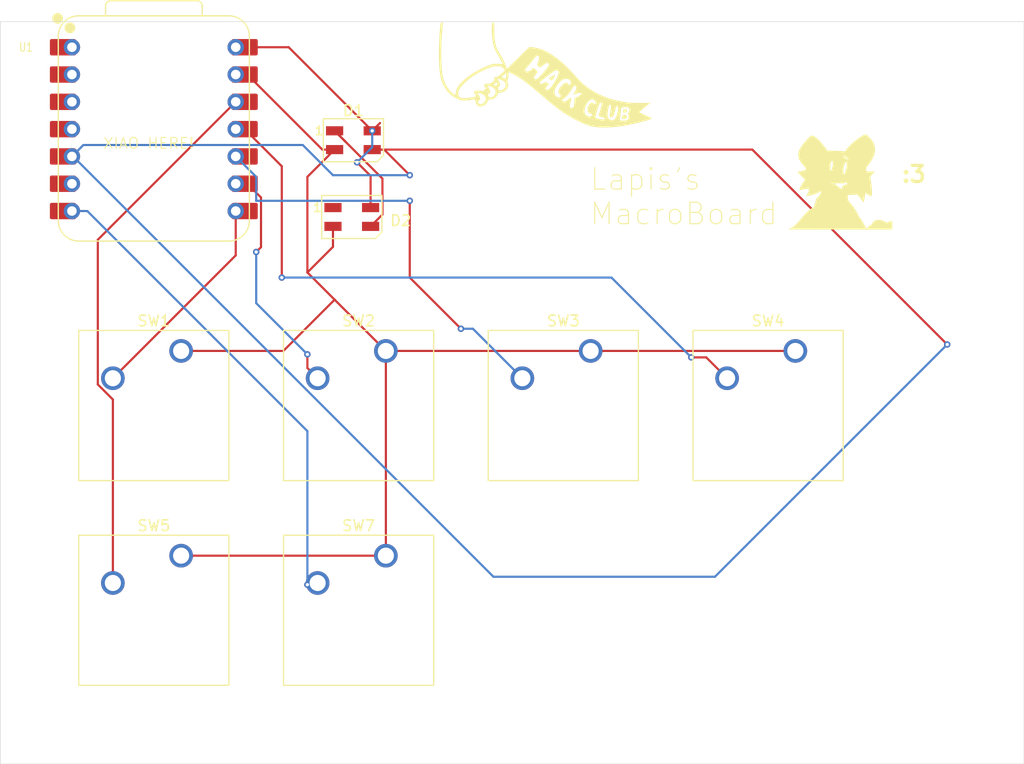
<source format=kicad_pcb>
(kicad_pcb (version 20241229) (generator "pcbnew") (generator_version "9.0")
  (layers (0 "F.Cu" signal) (2 "B.Cu" signal) (13 "F.Paste" user) (15 "B.Paste" user) (5 "F.SilkS" user "F.Silkscreen") (7 "B.SilkS" user "B.Silkscreen") (1 "F.Mask" user) (3 "B.Mask" user) (25 "Edge.Cuts" user))
  (net 0 "")
  (net 1 "GND")
  (net 2 "Net-(D1-DOUT)")
  (net 3 "+5V")
  (net 4 "Net-(D1-DIN)")
  (net 6 "Net-(U1-GPIO1{slash}RX)")
  (net 7 "Net-(U1-GPIO2{slash}SCK)")
  (net 8 "Net-(U1-GPIO4{slash}MISO)")
  (net 9 "Net-(U1-GPIO3{slash}MOSI)")
  (net 10 "Net-(U1-3V3)")
  (net 14 "Net-(U1-GPIO0{slash}TX)")
  (footprint "LOGO" (layer "F.Cu") (at 169.754101 70.000013)
    (property "Reference" "_" (at -2.400278 -2.438086 0) (layer "F.SilkS") (effects (font (size 1.5 1.5) (thickness 0.3))))
    (property "Value" "LOGO" (hide yes))
  )
  (footprint "LED_SMD:LED_SK6812MINI_PLCC4_3.5x3.5mm_P1.75mm" (layer "F.Cu") (at 151.76875 82.46875)
    (property "Reference" "D2" (at 4.553099 0.336787 0) (layer "F.SilkS"))
    (property "Value" "SK6812MINI")
    (fp_text user "1" (at -3.2 -0.875 0) (layer "F.SilkS") (effects (font (size 0.8 0.8))))
    (pad "1" smd rect (at -1.75 -0.875) (size 1.6 0.85) (layers "F.Cu" "F.Mask" "F.Paste"))
    (pad "2" smd rect (at -1.75 0.875) (size 1.6 0.85) (layers "F.Cu" "F.Mask" "F.Paste") (net 1 "GND"))
    (pad "3" smd rect (at 1.75 0.875) (size 1.6 0.85) (layers "F.Cu" "F.Mask" "F.Paste") (net 2 "Net-(D1-DOUT)"))
    (pad "4" smd rect (at 1.75 -0.875) (size 1.6 0.85) (layers "F.Cu" "F.Mask" "F.Paste") (net 3 "+5V"))
  )
  (footprint "Button_Switch_Keyboard:SW_Cherry_MX_1.00u_PCB" (layer "F.Cu") (at 193.04 94.9325)
    (property "Reference" "SW4" (at -2.54 -2.794 0) (layer "F.SilkS"))
    (property "Value" "SW_Push")
    (pad "" np_thru_hole circle (at -7.62 5.08) (size 1.7 1.7) (drill 1.7) (layers "*.Cu" "*.Mask"))
    (pad "" np_thru_hole circle (at -2.54 5.08) (size 4 4) (drill 4) (layers "*.Cu" "*.Mask"))
    (pad "" np_thru_hole circle (at 2.54 5.08) (size 1.7 1.7) (drill 1.7) (layers "*.Cu" "*.Mask"))
    (pad "1" thru_hole circle (at 0 0) (size 2.2 2.2) (drill 1.5) (layers "*.Cu" "*.Mask") (net 1 "GND"))
    (pad "2" thru_hole circle (at -6.35 2.54) (size 2.2 2.2) (drill 1.5) (layers "*.Cu" "*.Mask") (net 9 "Net-(U1-GPIO3{slash}MOSI)"))
  )
  (footprint "Button_Switch_Keyboard:SW_Cherry_MX_1.00u_PCB" (layer "F.Cu") (at 173.99 94.9325)
    (property "Reference" "SW3" (at -2.54 -2.794 0) (layer "F.SilkS"))
    (property "Value" "SW_Push")
    (pad "" np_thru_hole circle (at -7.62 5.08) (size 1.7 1.7) (drill 1.7) (layers "*.Cu" "*.Mask"))
    (pad "" np_thru_hole circle (at -2.54 5.08) (size 4 4) (drill 4) (layers "*.Cu" "*.Mask"))
    (pad "" np_thru_hole circle (at 2.54 5.08) (size 1.7 1.7) (drill 1.7) (layers "*.Cu" "*.Mask"))
    (pad "1" thru_hole circle (at 0 0) (size 2.2 2.2) (drill 1.5) (layers "*.Cu" "*.Mask") (net 1 "GND"))
    (pad "2" thru_hole circle (at -6.35 2.54) (size 2.2 2.2) (drill 1.5) (layers "*.Cu" "*.Mask") (net 8 "Net-(U1-GPIO4{slash}MISO)"))
  )
  (footprint "Button_Switch_Keyboard:SW_Cherry_MX_1.00u_PCB" (layer "F.Cu") (at 135.89 94.9325)
    (property "Reference" "SW1" (at -2.54 -2.794 0) (layer "F.SilkS"))
    (property "Value" "SW_Push")
    (pad "" np_thru_hole circle (at -7.62 5.08) (size 1.7 1.7) (drill 1.7) (layers "*.Cu" "*.Mask"))
    (pad "" np_thru_hole circle (at -2.54 5.08) (size 4 4) (drill 4) (layers "*.Cu" "*.Mask"))
    (pad "" np_thru_hole circle (at 2.54 5.08) (size 1.7 1.7) (drill 1.7) (layers "*.Cu" "*.Mask"))
    (pad "1" thru_hole circle (at 0 0) (size 2.2 2.2) (drill 1.5) (layers "*.Cu" "*.Mask") (net 1 "GND"))
    (pad "2" thru_hole circle (at -6.35 2.54) (size 2.2 2.2) (drill 1.5) (layers "*.Cu" "*.Mask") (net 6 "Net-(U1-GPIO1{slash}RX)"))
  )
  (footprint "Button_Switch_Keyboard:SW_Cherry_MX_1.00u_PCB" (layer "F.Cu") (at 154.94 113.9825)
    (property "Reference" "SW7" (at -2.54 -2.794 0) (layer "F.SilkS"))
    (property "Value" "SW_Push")
    (pad "" np_thru_hole circle (at -7.62 5.08) (size 1.7 1.7) (drill 1.7) (layers "*.Cu" "*.Mask"))
    (pad "" np_thru_hole circle (at -2.54 5.08) (size 4 4) (drill 4) (layers "*.Cu" "*.Mask"))
    (pad "" np_thru_hole circle (at 2.54 5.08) (size 1.7 1.7) (drill 1.7) (layers "*.Cu" "*.Mask"))
    (pad "1" thru_hole circle (at 0 0) (size 2.2 2.2) (drill 1.5) (layers "*.Cu" "*.Mask") (net 1 "GND"))
    (pad "2" thru_hole circle (at -6.35 2.54) (size 2.2 2.2) (drill 1.5) (layers "*.Cu" "*.Mask") (net 14 "Net-(U1-GPIO0{slash}TX)"))
  )
  (footprint "Button_Switch_Keyboard:SW_Cherry_MX_1.00u_PCB" (layer "F.Cu") (at 154.94 94.9325)
    (property "Reference" "SW2" (at -2.54 -2.794 0) (layer "F.SilkS"))
    (property "Value" "SW_Push")
    (pad "" np_thru_hole circle (at -7.62 5.08) (size 1.7 1.7) (drill 1.7) (layers "*.Cu" "*.Mask"))
    (pad "" np_thru_hole circle (at -2.54 5.08) (size 4 4) (drill 4) (layers "*.Cu" "*.Mask"))
    (pad "" np_thru_hole circle (at 2.54 5.08) (size 1.7 1.7) (drill 1.7) (layers "*.Cu" "*.Mask"))
    (pad "1" thru_hole circle (at 0 0) (size 2.2 2.2) (drill 1.5) (layers "*.Cu" "*.Mask") (net 1 "GND"))
    (pad "2" thru_hole circle (at -6.35 2.54) (size 2.2 2.2) (drill 1.5) (layers "*.Cu" "*.Mask") (net 7 "Net-(U1-GPIO2{slash}SCK)"))
  )
  (footprint "LED_SMD:LED_SK6812MINI_PLCC4_3.5x3.5mm_P1.75mm" (layer "F.Cu") (at 151.92 75.325)
    (property "Reference" "D1" (at 0 -2.75 0) (layer "F.SilkS"))
    (property "Value" "SK6812MINI")
    (fp_text user "1" (at -3.2 -0.875 0) (layer "F.SilkS") (effects (font (size 0.8 0.8))))
    (pad "1" smd rect (at -1.75 -0.875) (size 1.6 0.85) (layers "F.Cu" "F.Mask" "F.Paste") (net 2 "Net-(D1-DOUT)"))
    (pad "2" smd rect (at -1.75 0.875) (size 1.6 0.85) (layers "F.Cu" "F.Mask" "F.Paste") (net 1 "GND"))
    (pad "3" smd rect (at 1.75 0.875) (size 1.6 0.85) (layers "F.Cu" "F.Mask" "F.Paste") (net 4 "Net-(D1-DIN)"))
    (pad "4" smd rect (at 1.75 -0.875) (size 1.6 0.85) (layers "F.Cu" "F.Mask" "F.Paste") (net 3 "+5V"))
  )
  (footprint "LOGO" (layer "F.Cu") (at 196.914142 78.488281)
    (property "Reference" ":3" (at 7.14375 0 0) (layer "F.SilkS") (effects (font (size 1.5 1.5) (thickness 0.3))))
    (property "Value" "LOGO" (hide yes))
  )
  (footprint "OPL:XIAO-RP2040-DIP" (layer "F.Cu") (at 133.35 74.295)
    (property "Reference" "U1" (at -11.90625 -7.62 0) (layer "F.SilkS") (effects (font (size 0.8 0.635) (thickness 0.1016))))
    (property "Value" "XIAO-RP2040-DIP")
    (pad "1" smd roundrect (at -8.455 -7.62 180) (size 2.432 1.524) (layers "F.Cu" "F.Mask") (roundrect_rratio 0.1))
    (pad "1" thru_hole circle (at -7.62 -7.62 180) (size 1.524 1.524) (drill 0.889) (layers "*.Cu" "*.Mask"))
    (pad "2" smd roundrect (at -8.455 -5.08 180) (size 2.432 1.524) (layers "F.Cu" "F.Mask") (roundrect_rratio 0.1))
    (pad "2" thru_hole circle (at -7.62 -5.08 180) (size 1.524 1.524) (drill 0.889) (layers "*.Cu" "*.Mask"))
    (pad "3" smd roundrect (at -8.455 -2.54 180) (size 2.432 1.524) (layers "F.Cu" "F.Mask") (roundrect_rratio 0.1))
    (pad "3" thru_hole circle (at -7.62 -2.54 180) (size 1.524 1.524) (drill 0.889) (layers "*.Cu" "*.Mask"))
    (pad "4" smd roundrect (at -8.455 0 180) (size 2.432 1.524) (layers "F.Cu" "F.Mask") (roundrect_rratio 0.1))
    (pad "4" thru_hole circle (at -7.62 0 180) (size 1.524 1.524) (drill 0.889) (layers "*.Cu" "*.Mask"))
    (pad "5" smd roundrect (at -8.455 2.54 180) (size 2.432 1.524) (layers "F.Cu" "F.Mask") (roundrect_rratio 0.1) (net 4 "Net-(D1-DIN)"))
    (pad "5" thru_hole circle (at -7.62 2.54 180) (size 1.524 1.524) (drill 0.889) (layers "*.Cu" "*.Mask") (net 4 "Net-(D1-DIN)"))
    (pad "6" smd roundrect (at -8.455 5.08 180) (size 2.432 1.524) (layers "F.Cu" "F.Mask") (roundrect_rratio 0.1))
    (pad "6" thru_hole circle (at -7.62 5.08 180) (size 1.524 1.524) (drill 0.889) (layers "*.Cu" "*.Mask"))
    (pad "7" smd roundrect (at -8.455 7.62 180) (size 2.432 1.524) (layers "F.Cu" "F.Mask") (roundrect_rratio 0.1) (net 14 "Net-(U1-GPIO0{slash}TX)"))
    (pad "7" thru_hole circle (at -7.62 7.62 180) (size 1.524 1.524) (drill 0.889) (layers "*.Cu" "*.Mask") (net 14 "Net-(U1-GPIO0{slash}TX)"))
    (pad "8" thru_hole circle (at 7.62 7.62) (size 1.524 1.524) (drill 0.889) (layers "*.Cu" "*.Mask") (net 6 "Net-(U1-GPIO1{slash}RX)"))
    (pad "8" smd roundrect (at 8.455 7.62) (size 2.432 1.524) (layers "F.Cu" "F.Mask") (roundrect_rratio 0.1) (net 6 "Net-(U1-GPIO1{slash}RX)"))
    (pad "9" thru_hole circle (at 7.62 5.08) (size 1.524 1.524) (drill 0.889) (layers "*.Cu" "*.Mask") (net 7 "Net-(U1-GPIO2{slash}SCK)"))
    (pad "9" smd roundrect (at 8.455 5.08) (size 2.432 1.524) (layers "F.Cu" "F.Mask") (roundrect_rratio 0.1) (net 7 "Net-(U1-GPIO2{slash}SCK)"))
    (pad "10" thru_hole circle (at 7.62 2.54) (size 1.524 1.524) (drill 0.889) (layers "*.Cu" "*.Mask") (net 8 "Net-(U1-GPIO4{slash}MISO)"))
    (pad "10" smd roundrect (at 8.455 2.54) (size 2.432 1.524) (layers "F.Cu" "F.Mask") (roundrect_rratio 0.1) (net 8 "Net-(U1-GPIO4{slash}MISO)"))
    (pad "11" thru_hole circle (at 7.62 0) (size 1.524 1.524) (drill 0.889) (layers "*.Cu" "*.Mask") (net 9 "Net-(U1-GPIO3{slash}MOSI)"))
    (pad "11" smd roundrect (at 8.455 0) (size 2.432 1.524) (layers "F.Cu" "F.Mask") (roundrect_rratio 0.1) (net 9 "Net-(U1-GPIO3{slash}MOSI)"))
    (pad "12" thru_hole circle (at 7.62 -2.54) (size 1.524 1.524) (drill 0.889) (layers "*.Cu" "*.Mask") (net 10 "Net-(U1-3V3)"))
    (pad "12" smd roundrect (at 8.455 -2.54) (size 2.432 1.524) (layers "F.Cu" "F.Mask") (roundrect_rratio 0.1) (net 10 "Net-(U1-3V3)"))
    (pad "13" thru_hole circle (at 7.62 -5.08) (size 1.524 1.524) (drill 0.889) (layers "*.Cu" "*.Mask") (net 1 "GND"))
    (pad "13" smd roundrect (at 8.455 -5.08) (size 2.432 1.524) (layers "F.Cu" "F.Mask") (roundrect_rratio 0.1) (net 1 "GND"))
    (pad "14" thru_hole circle (at 7.62 -7.62) (size 1.524 1.524) (drill 0.889) (layers "*.Cu" "*.Mask") (net 3 "+5V"))
    (pad "14" smd roundrect (at 8.455 -7.62) (size 2.432 1.524) (layers "F.Cu" "F.Mask") (roundrect_rratio 0.1) (net 3 "+5V"))
  )
  (footprint "Button_Switch_Keyboard:SW_Cherry_MX_1.00u_PCB" (layer "F.Cu") (at 135.89 113.9825)
    (property "Reference" "SW5" (at -2.54 -2.794 0) (layer "F.SilkS"))
    (property "Value" "SW_Push")
    (pad "" np_thru_hole circle (at -7.62 5.08) (size 1.7 1.7) (drill 1.7) (layers "*.Cu" "*.Mask"))
    (pad "" np_thru_hole circle (at -2.54 5.08) (size 4 4) (drill 4) (layers "*.Cu" "*.Mask"))
    (pad "" np_thru_hole circle (at 2.54 5.08) (size 1.7 1.7) (drill 1.7) (layers "*.Cu" "*.Mask"))
    (pad "1" thru_hole circle (at 0 0) (size 2.2 2.2) (drill 1.5) (layers "*.Cu" "*.Mask") (net 1 "GND"))
    (pad "2" thru_hole circle (at -6.35 2.54) (size 2.2 2.2) (drill 1.5) (layers "*.Cu" "*.Mask") (net 10 "Net-(U1-3V3)"))
  )
  (gr_rect (start 119.0625 64.29375) (end 214.3125 133.35) (stroke (width 0.05)) (fill no) (layer "Edge.Cuts"))
  (gr_text "XIAO HERE!" (at 128.5875 76.2 0) (layer "F.SilkS") (effects (font (size 1 1) (thickness 0.1)) (justify left bottom)))
  (gr_text "Lapis's \nMacroBoard" (at 173.83125 83.34375 0) (layer "F.SilkS") (effects (font (size 2 2) (thickness 0.1)) (justify left bottom)))
  (segment (start 149.03263 76.2) (end 150.17 76.2) (width 0.2) (layer "F.Cu") (net 1))
  (segment (start 150.17 90.1625) (end 154.94 94.9325) (width 0.2) (layer "F.Cu") (net 1))
  (segment (start 135.89 113.9825) (end 154.94 113.9825) (width 0.2) (layer "F.Cu") (net 1))
  (segment (start 140.97 69.215) (end 142.04763 69.215) (width 0.2) (layer "F.Cu") (net 1))
  (segment (start 147.6375 87.63) (end 150.17 90.1625) (width 0.2) (layer "F.Cu") (net 1))
  (segment (start 173.99 94.9325) (end 193.04 94.9325) (width 0.2) (layer "F.Cu") (net 1))
  (segment (start 150.01875 83.34375) (end 150.01875 85.24875) (width 0.2) (layer "F.Cu") (net 1))
  (segment (start 145.4 94.9325) (end 150.17 90.1625) (width 0.2) (layer "F.Cu") (net 1))
  (segment (start 154.94 113.9825) (end 154.94 94.9325) (width 0.2) (layer "F.Cu") (net 1))
  (segment (start 150.01875 85.24875) (end 147.6375 87.63) (width 0.2) (layer "F.Cu") (net 1))
  (segment (start 135.89 94.9325) (end 145.4 94.9325) (width 0.2) (layer "F.Cu") (net 1))
  (segment (start 150.17 76.2) (end 147.6375 78.7325) (width 0.2) (layer "F.Cu") (net 1))
  (segment (start 154.94 94.9325) (end 173.99 94.9325) (width 0.2) (layer "F.Cu") (net 1))
  (segment (start 142.04763 69.215) (end 149.03263 76.2) (width 0.2) (layer "F.Cu") (net 1))
  (segment (start 147.6375 78.7325) (end 147.6375 87.63) (width 0.2) (layer "F.Cu") (net 1))
  (segment (start 154.61975 82.24275) (end 154.61975 78.89975) (width 0.2) (layer "F.Cu") (net 2))
  (segment (start 153.51875 83.34375) (end 154.61975 82.24275) (width 0.2) (layer "F.Cu") (net 2))
  (segment (start 150.17 74.45) (end 151.194 75.474) (width 0.2) (layer "F.Cu") (net 2))
  (segment (start 154.61975 78.89975) (end 150.17 74.45) (width 0.2) (layer "F.Cu") (net 2))
  (segment (start 140.97 66.675) (end 145.895 66.675) (width 0.2) (layer "F.Cu") (net 3))
  (segment (start 153.51875 78.64728) (end 152.259285 77.387815) (width 0.2) (layer "F.Cu") (net 3))
  (segment (start 153.51875 81.59375) (end 153.51875 78.64728) (width 0.2) (layer "F.Cu") (net 3))
  (segment (start 145.895 66.675) (end 153.67 74.45) (width 0.2) (layer "F.Cu") (net 3))
  (segment (start 153.67 74.45) (end 154.396 73.724) (width 0.2) (layer "F.Cu") (net 3))
  (via (at 153.67 74.45) (size 0.6) (drill 0.3) (layers "F.Cu" "B.Cu") (net 3))
  (via (at 152.259285 77.387815) (size 0.6) (drill 0.3) (layers "F.Cu" "B.Cu") (net 3))
  (segment (start 152.259285 77.387815) (end 153.67 75.9771) (width 0.2) (layer "B.Cu") (net 3))
  (segment (start 153.67 75.9771) (end 153.67 74.45) (width 0.2) (layer "B.Cu") (net 3))
  (segment (start 189.03625 76.2) (end 207.16875 94.3325) (width 0.2) (layer "F.Cu") (net 4))
  (segment (start 153.67 76.2) (end 189.03625 76.2) (width 0.2) (layer "F.Cu") (net 4))
  (segment (start 157.1625 78.58125) (end 154.78125 76.2) (width 0.2) (layer "F.Cu") (net 4))
  (segment (start 154.78125 76.2) (end 153.67 76.2) (width 0.2) (layer "F.Cu") (net 4))
  (via (at 207.16875 94.3325) (size 0.6) (drill 0.3) (layers "F.Cu" "B.Cu") (net 4))
  (via (at 157.1625 78.58125) (size 0.6) (drill 0.3) (layers "F.Cu" "B.Cu") (net 4))
  (segment (start 147.2095 75.772) (end 150.01875 78.58125) (width 0.2) (layer "B.Cu") (net 4))
  (segment (start 164.948156 115.942186) (end 125.84097 76.835) (width 0.2) (layer "B.Cu") (net 4))
  (segment (start 125.84097 76.835) (end 125.73 76.835) (width 0.2) (layer "B.Cu") (net 4))
  (segment (start 150.01875 78.58125) (end 154.78125 78.58125) (width 0.2) (layer "B.Cu") (net 4))
  (segment (start 126.793 75.772) (end 147.2095 75.772) (width 0.2) (layer "B.Cu") (net 4))
  (segment (start 154.78125 78.58125) (end 157.1625 78.58125) (width 0.2) (layer "B.Cu") (net 4))
  (segment (start 125.73 76.835) (end 126.793 75.772) (width 0.2) (layer "B.Cu") (net 4))
  (segment (start 207.16875 94.3325) (end 185.559064 115.942186) (width 0.2) (layer "B.Cu") (net 4))
  (segment (start 185.559064 115.942186) (end 164.948156 115.942186) (width 0.2) (layer "B.Cu") (net 4))
  (segment (start 129.54 97.4725) (end 140.97 86.0425) (width 0.2) (layer "F.Cu") (net 6))
  (segment (start 140.97 86.0425) (end 140.97 81.915) (width 0.2) (layer "F.Cu") (net 6))
  (segment (start 129.38125 97.63125) (end 128.5875 97.63125) (width 0.2) (layer "B.Cu") (net 6))
  (segment (start 143.322 85.278) (end 143.322 80.64937) (width 0.2) (layer "F.Cu") (net 7))
  (segment (start 147.6375 96.52) (end 147.6375 95.25) (width 0.2) (layer "F.Cu") (net 7))
  (segment (start 148.59 97.4725) (end 147.6375 96.52) (width 0.2) (layer "F.Cu") (net 7))
  (segment (start 142.04763 79.375) (end 140.97 79.375) (width 0.2) (layer "F.Cu") (net 7))
  (segment (start 142.875 85.725) (end 143.322 85.278) (width 0.2) (layer "F.Cu") (net 7))
  (segment (start 143.322 80.64937) (end 142.04763 79.375) (width 0.2) (layer "F.Cu") (net 7))
  (via (at 147.6375 95.25) (size 0.6) (drill 0.3) (layers "F.Cu" "B.Cu") (net 7))
  (via (at 142.875 85.725) (size 0.6) (drill 0.3) (layers "F.Cu" "B.Cu") (net 7))
  (segment (start 142.875 90.4875) (end 142.875 85.725) (width 0.2) (layer "B.Cu") (net 7))
  (segment (start 147.6375 95.25) (end 142.875 90.4875) (width 0.2) (layer "B.Cu") (net 7))
  (segment (start 166.6875 97.63125) (end 167.48125 97.63125) (width 0.2) (layer "F.Cu") (net 8))
  (segment (start 167.48125 97.63125) (end 167.64 97.4725) (width 0.2) (layer "F.Cu") (net 8))
  (segment (start 157.1625 88.10625) (end 161.925 92.86875) (width 0.2) (layer "F.Cu") (net 8))
  (segment (start 157.1625 80.9625) (end 157.1625 88.10625) (width 0.2) (layer "F.Cu") (net 8))
  (via (at 161.925 92.86875) (size 0.6) (drill 0.3) (layers "F.Cu" "B.Cu") (net 8))
  (via (at 157.1625 80.9625) (size 0.6) (drill 0.3) (layers "F.Cu" "B.Cu") (net 8))
  (segment (start 142.875 78.74) (end 140.97 76.835) (width 0.2) (layer "B.Cu") (net 8))
  (segment (start 157.1625 80.9625) (end 142.875 80.9625) (width 0.2) (layer "B.Cu") (net 8))
  (segment (start 163.03625 92.86875) (end 167.64 97.4725) (width 0.2) (layer "B.Cu") (net 8))
  (segment (start 161.925 92.86875) (end 163.03625 92.86875) (width 0.2) (layer "B.Cu") (net 8))
  (segment (start 142.875 80.9625) (end 142.875 78.74) (width 0.2) (layer "B.Cu") (net 8))
  (segment (start 145.25625 88.10625) (end 145.25625 77.74625) (width 0.2) (layer "F.Cu") (net 9))
  (segment (start 186.69 97.4725) (end 184.75 95.5325) (width 0.2) (layer "F.Cu") (net 9))
  (segment (start 184.75 95.5325) (end 183.35625 95.5325) (width 0.2) (layer "F.Cu") (net 9))
  (segment (start 145.25625 77.74625) (end 141.805 74.295) (width 0.2) (layer "F.Cu") (net 9))
  (via (at 145.25625 88.10625) (size 0.6) (drill 0.3) (layers "F.Cu" "B.Cu") (net 9))
  (via (at 183.35625 95.5325) (size 0.6) (drill 0.3) (layers "F.Cu" "B.Cu") (net 9))
  (segment (start 175.93 88.10625) (end 145.25625 88.10625) (width 0.2) (layer "B.Cu") (net 9))
  (segment (start 183.35625 95.5325) (end 175.93 88.10625) (width 0.2) (layer "B.Cu") (net 9))
  (segment (start 129.54 99.453814) (end 128.139 98.052814) (width 0.2) (layer "F.Cu") (net 10))
  (segment (start 129.54 116.5225) (end 129.54 99.453814) (width 0.2) (layer "F.Cu") (net 10))
  (segment (start 128.139 84.586) (end 140.97 71.755) (width 0.2) (layer "F.Cu") (net 10))
  (segment (start 128.139 98.052814) (end 128.139 84.586) (width 0.2) (layer "F.Cu") (net 10))
  (segment (start 147.79625 116.5225) (end 147.6375 116.68125) (width 0.2) (layer "F.Cu") (net 14))
  (segment (start 148.59 116.5225) (end 147.79625 116.5225) (width 0.2) (layer "F.Cu") (net 14))
  (via (at 147.6375 116.68125) (size 0.6) (drill 0.3) (layers "F.Cu" "B.Cu") (net 14))
  (segment (start 127.15875 81.915) (end 125.73 81.915) (width 0.2) (layer "B.Cu") (net 14))
  (segment (start 147.6375 116.68125) (end 147.6375 102.39375) (width 0.2) (layer "B.Cu") (net 14))
  (segment (start 147.6375 102.39375) (end 127.15875 81.915) (width 0.2) (layer "B.Cu") (net 14))
)
</source>
